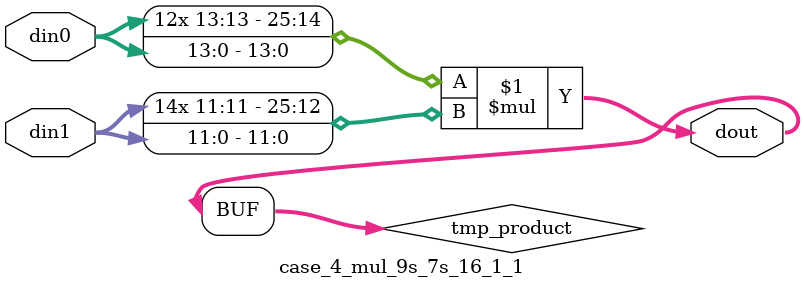
<source format=v>

`timescale 1 ns / 1 ps

 (* use_dsp = "no" *)  module case_4_mul_9s_7s_16_1_1(din0, din1, dout);
parameter ID = 1;
parameter NUM_STAGE = 0;
parameter din0_WIDTH = 14;
parameter din1_WIDTH = 12;
parameter dout_WIDTH = 26;

input [din0_WIDTH - 1 : 0] din0; 
input [din1_WIDTH - 1 : 0] din1; 
output [dout_WIDTH - 1 : 0] dout;

wire signed [dout_WIDTH - 1 : 0] tmp_product;



























assign tmp_product = $signed(din0) * $signed(din1);








assign dout = tmp_product;





















endmodule

</source>
